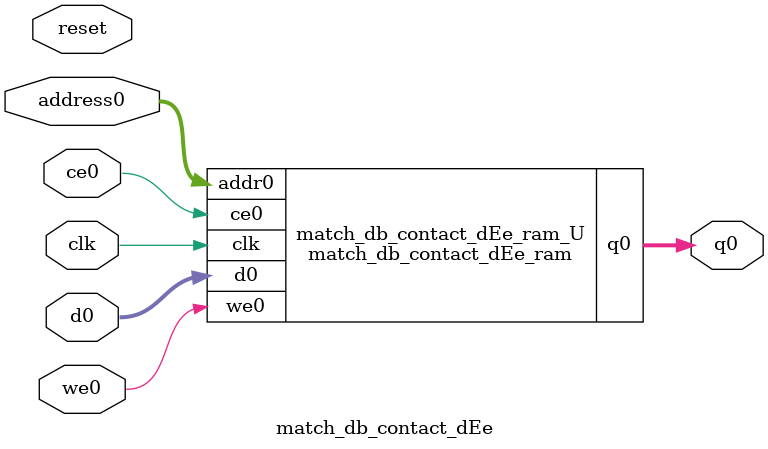
<source format=v>

`timescale 1 ns / 1 ps
module match_db_contact_dEe_ram (addr0, ce0, d0, we0, q0,  clk);

parameter DWIDTH = 8;
parameter AWIDTH = 6;
parameter MEM_SIZE = 64;

input[AWIDTH-1:0] addr0;
input ce0;
input[DWIDTH-1:0] d0;
input we0;
output reg[DWIDTH-1:0] q0;
input clk;

(* ram_style = "distributed" *)reg [DWIDTH-1:0] ram[0:MEM_SIZE-1];




always @(posedge clk)  
begin 
    if (ce0) 
    begin
        if (we0) 
        begin 
            ram[addr0] <= d0; 
            q0 <= d0;
        end 
        else 
            q0 <= ram[addr0];
    end
end


endmodule


`timescale 1 ns / 1 ps
module match_db_contact_dEe(
    reset,
    clk,
    address0,
    ce0,
    we0,
    d0,
    q0);

parameter DataWidth = 32'd8;
parameter AddressRange = 32'd64;
parameter AddressWidth = 32'd6;
input reset;
input clk;
input[AddressWidth - 1:0] address0;
input ce0;
input we0;
input[DataWidth - 1:0] d0;
output[DataWidth - 1:0] q0;



match_db_contact_dEe_ram match_db_contact_dEe_ram_U(
    .clk( clk ),
    .addr0( address0 ),
    .ce0( ce0 ),
    .d0( d0 ),
    .we0( we0 ),
    .q0( q0 ));

endmodule


</source>
